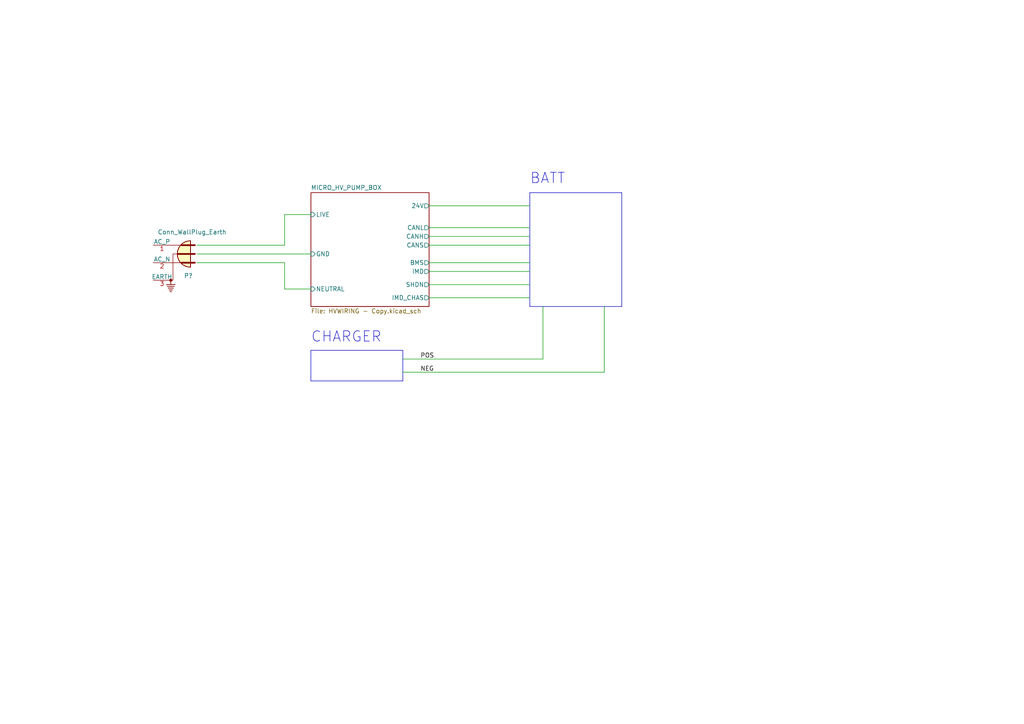
<source format=kicad_sch>
(kicad_sch (version 20230121) (generator eeschema)
  (paper "A4")
  (lib_symbols
    (symbol "Connector:Conn_WallPlug_Earth" (pin_names (offset 0))
      (property "Reference" "P" (at 0 3.81 0))
      (property "Value" "Conn_WallPlug_Earth" (at -5.08 0 90))
      (symbol "Conn_WallPlug_Earth_0_1"
        (arc (start -3.175 -3.81) (mid 0.6184 0) (end -3.175 3.81) (stroke (width 0.254)) (fill (type background)))
        (polyline (pts (xy -4.445 -2.54) (xy -0.635 -2.54)) (stroke (width 0.508)))
        (polyline (pts (xy -4.445 0) (xy 0.508 0)) (stroke (width 0.508)))
        (polyline (pts (xy -4.445 2.54) (xy -0.635 2.54)) (stroke (width 0.508)))
        (polyline (pts (xy -3.175 -3.81) (xy -3.175 3.81)) (stroke (width 0.254)))
        (polyline (pts (xy -0.635 -2.54) (xy 2.54 -2.54)))
        (polyline (pts (xy -0.635 2.54) (xy 2.54 2.54)))
        (polyline (pts (xy 1.524 -9.398) (xy 3.556 -9.398)) (stroke (width 0.2032)))
        (polyline (pts (xy 1.778 -9.906) (xy 3.302 -9.906)) (stroke (width 0.2032)))
        (polyline (pts (xy 2.032 -10.414) (xy 3.048 -10.414)) (stroke (width 0.2032)))
        (polyline (pts (xy 2.286 -10.922) (xy 2.794 -10.922)) (stroke (width 0.2032)))
        (polyline (pts (xy 2.54 -7.62) (xy 2.54 -8.89)) (stroke (width 0.2032)))
        (polyline (pts (xy 3.81 -8.89) (xy 1.27 -8.89)) (stroke (width 0.2032)))
        (polyline (pts (xy 2.54 -7.62) (xy 1.905 -7.62) (xy 1.905 0) (xy -4.445 0)))
        (circle (center 2.54 -7.62) (radius 0.3556) (fill (type outline)))
      )
      (symbol "Conn_WallPlug_Earth_1_1"
        (pin power_out line (at 7.62 2.54 180) (length 5.08) (name "AC_P") (number "1"))
        (pin power_out line (at 7.62 -2.54 180) (length 5.08) (name "AC_N") (number "2"))
        (pin passive line (at 7.62 -7.62 180) (length 5.08) (name "EARTH") (number "3"))
      )
    )
  )
  (wire (pts (xy 157.48 88.9) (xy 157.48 104.14)))
  (wire (pts (xy 175.26 88.9) (xy 175.26 107.95)))
  (wire (pts (xy 82.55 71.12) (xy 82.55 62.23)))
  (polyline (pts (xy 116.84 110.49) (xy 90.17 110.49)))
  (wire (pts (xy 82.55 83.82) (xy 90.17 83.82)))
  (wire (pts (xy 124.46 59.69) (xy 153.67 59.69)))
  (polyline (pts (xy 153.67 55.88) (xy 180.34 55.88)))
  (polyline (pts (xy 90.17 101.6) (xy 116.84 101.6)))
  (wire (pts (xy 124.46 78.74) (xy 153.67 78.74)))
  (wire (pts (xy 124.46 76.2) (xy 153.67 76.2)))
  (polyline (pts (xy 180.34 88.9) (xy 153.67 88.9)))
  (polyline (pts (xy 90.17 101.6) (xy 90.17 110.49)))
  (wire (pts (xy 57.15 73.66) (xy 90.17 73.66)))
  (wire (pts (xy 124.46 86.36) (xy 153.67 86.36)))
  (wire (pts (xy 116.84 107.95) (xy 175.26 107.95)))
  (polyline (pts (xy 180.34 55.88) (xy 180.34 88.9)))
  (polyline (pts (xy 153.67 55.88) (xy 153.67 88.9)))
  (wire (pts (xy 116.84 104.14) (xy 157.48 104.14)))
  (wire (pts (xy 57.15 76.2) (xy 82.55 76.2)))
  (polyline (pts (xy 116.84 101.6) (xy 116.84 110.49)))
  (wire (pts (xy 124.46 71.12) (xy 153.67 71.12)))
  (wire (pts (xy 82.55 76.2) (xy 82.55 83.82)))
  (wire (pts (xy 124.46 82.55) (xy 153.67 82.55)))
  (wire (pts (xy 57.15 71.12) (xy 82.55 71.12)))
  (wire (pts (xy 82.55 62.23) (xy 90.17 62.23)))
  (wire (pts (xy 124.46 68.58) (xy 153.67 68.58)))
  (wire (pts (xy 124.46 66.04) (xy 153.67 66.04)))
  (text "CHARGER\n\n\n" (at 90.17 109.22 0) (effects (font (size 3 3)) (justify left bottom)))
  (text "BATT\n\n" (at 153.67 58.42 0) (effects (font (size 3 3)) (justify left bottom)))
  (label "POS" (at 121.92 104.14 0))
  (label "NEG" (at 121.92 107.95 0))
  (symbol (lib_id "Connector:Conn_WallPlug_Earth") (at 52.07 73.66 0) (mirror y) (unit 1)
    (property "Reference" "P?" (at 53.34 80.01 0) (effects (justify right)))
    (property "Value" "Conn_WallPlug_Earth" (at 45.72 67.31 0) (effects (justify right)))
  )
  (sheet (at 90.17 55.88) (size 34.29 33.02) (stroke (width 0.1524))
    (property "Sheetname" "MICRO_HV_PUMP_BOX" (at 90.17 55.1684 0) (effects (justify left bottom)))
    (property "Sheetfile" "HVWIRING - Copy.kicad_sch" (at 90.17 89.4846 0) (effects (justify left top)))
    (pin "NEUTRAL" input (at 90.17 83.82 180))
    (pin "GND" input (at 90.17 73.66 180))
    (pin "LIVE" input (at 90.17 62.23 180))
    (pin "CANL" output (at 124.46 66.04 0))
    (pin "CANH" output (at 124.46 68.58 0))
    (pin "BMS" output (at 124.46 76.2 0))
    (pin "IMD" output (at 124.46 78.74 0))
    (pin "SHDN" output (at 124.46 82.55 0))
    (pin "IMD_CHAS" output (at 124.46 86.36 0))
    (pin "CANS" output (at 124.46 71.12 0))
    (pin "24V" output (at 124.46 59.69 0))
  )
)
</source>
